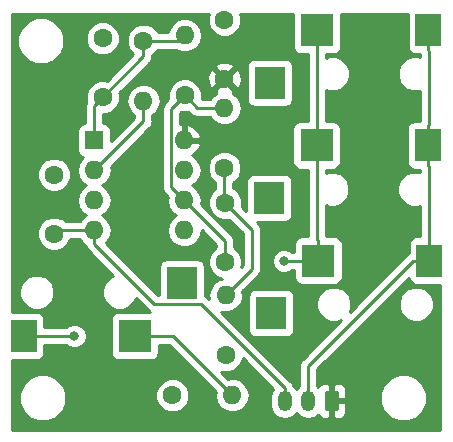
<source format=gbr>
G04 #@! TF.GenerationSoftware,KiCad,Pcbnew,(5.0.1)-rc2*
G04 #@! TF.CreationDate,2019-01-31T00:44:23-05:00*
G04 #@! TF.ProjectId,CV buffer,4356206275666665722E6B696361645F,rev?*
G04 #@! TF.SameCoordinates,Original*
G04 #@! TF.FileFunction,Copper,L1,Top,Signal*
G04 #@! TF.FilePolarity,Positive*
%FSLAX46Y46*%
G04 Gerber Fmt 4.6, Leading zero omitted, Abs format (unit mm)*
G04 Created by KiCad (PCBNEW (5.0.1)-rc2) date 1/31/2019 12:44:23 AM*
%MOMM*%
%LPD*%
G01*
G04 APERTURE LIST*
G04 #@! TA.AperFunction,ComponentPad*
%ADD10C,1.600000*%
G04 #@! TD*
G04 #@! TA.AperFunction,SMDPad,CuDef*
%ADD11R,2.200000X2.800000*%
G04 #@! TD*
G04 #@! TA.AperFunction,SMDPad,CuDef*
%ADD12R,2.800000X2.800000*%
G04 #@! TD*
G04 #@! TA.AperFunction,SMDPad,CuDef*
%ADD13R,2.600000X2.800000*%
G04 #@! TD*
G04 #@! TA.AperFunction,Conductor*
%ADD14C,0.100000*%
G04 #@! TD*
G04 #@! TA.AperFunction,ComponentPad*
%ADD15C,1.200000*%
G04 #@! TD*
G04 #@! TA.AperFunction,ComponentPad*
%ADD16O,1.200000X1.750000*%
G04 #@! TD*
G04 #@! TA.AperFunction,ComponentPad*
%ADD17R,1.600000X1.600000*%
G04 #@! TD*
G04 #@! TA.AperFunction,ComponentPad*
%ADD18O,1.600000X1.600000*%
G04 #@! TD*
G04 #@! TA.AperFunction,ViaPad*
%ADD19C,0.800000*%
G04 #@! TD*
G04 #@! TA.AperFunction,Conductor*
%ADD20C,0.250000*%
G04 #@! TD*
G04 #@! TA.AperFunction,Conductor*
%ADD21C,0.254000*%
G04 #@! TD*
G04 APERTURE END LIST*
D10*
G04 #@! TO.P,C1,2*
G04 #@! TO.N,-12V*
X179019200Y-85314800D03*
G04 #@! TO.P,C1,1*
G04 #@! TO.N,GND*
X179019200Y-80314800D03*
G04 #@! TD*
D11*
G04 #@! TO.P,J1,S*
G04 #@! TO.N,GND*
X176455200Y-93971600D03*
D12*
G04 #@! TO.P,J1,T*
G04 #@! TO.N,Net-(J1-PadT)*
X185855200Y-93971600D03*
D13*
G04 #@! TO.P,J1,TN*
G04 #@! TO.N,Net-(J1-PadTN)*
X189855200Y-89521600D03*
G04 #@! TD*
D11*
G04 #@! TO.P,J4,S*
G04 #@! TO.N,GND*
X210640800Y-77834000D03*
D12*
G04 #@! TO.P,J4,T*
G04 #@! TO.N,Net-(J3-PadT)*
X201240800Y-77834000D03*
D13*
G04 #@! TO.P,J4,TN*
G04 #@! TO.N,Net-(J4-PadTN)*
X197240800Y-82284000D03*
G04 #@! TD*
D14*
G04 #@! TO.N,+12V*
G04 #@! TO.C,J2*
G36*
X202914105Y-98592604D02*
X202938373Y-98596204D01*
X202962172Y-98602165D01*
X202985271Y-98610430D01*
X203007450Y-98620920D01*
X203028493Y-98633532D01*
X203048199Y-98648147D01*
X203066377Y-98664623D01*
X203082853Y-98682801D01*
X203097468Y-98702507D01*
X203110080Y-98723550D01*
X203120570Y-98745729D01*
X203128835Y-98768828D01*
X203134796Y-98792627D01*
X203138396Y-98816895D01*
X203139600Y-98841399D01*
X203139600Y-100091401D01*
X203138396Y-100115905D01*
X203134796Y-100140173D01*
X203128835Y-100163972D01*
X203120570Y-100187071D01*
X203110080Y-100209250D01*
X203097468Y-100230293D01*
X203082853Y-100249999D01*
X203066377Y-100268177D01*
X203048199Y-100284653D01*
X203028493Y-100299268D01*
X203007450Y-100311880D01*
X202985271Y-100322370D01*
X202962172Y-100330635D01*
X202938373Y-100336596D01*
X202914105Y-100340196D01*
X202889601Y-100341400D01*
X202189599Y-100341400D01*
X202165095Y-100340196D01*
X202140827Y-100336596D01*
X202117028Y-100330635D01*
X202093929Y-100322370D01*
X202071750Y-100311880D01*
X202050707Y-100299268D01*
X202031001Y-100284653D01*
X202012823Y-100268177D01*
X201996347Y-100249999D01*
X201981732Y-100230293D01*
X201969120Y-100209250D01*
X201958630Y-100187071D01*
X201950365Y-100163972D01*
X201944404Y-100140173D01*
X201940804Y-100115905D01*
X201939600Y-100091401D01*
X201939600Y-98841399D01*
X201940804Y-98816895D01*
X201944404Y-98792627D01*
X201950365Y-98768828D01*
X201958630Y-98745729D01*
X201969120Y-98723550D01*
X201981732Y-98702507D01*
X201996347Y-98682801D01*
X202012823Y-98664623D01*
X202031001Y-98648147D01*
X202050707Y-98633532D01*
X202071750Y-98620920D01*
X202093929Y-98610430D01*
X202117028Y-98602165D01*
X202140827Y-98596204D01*
X202165095Y-98592604D01*
X202189599Y-98591400D01*
X202889601Y-98591400D01*
X202914105Y-98592604D01*
X202914105Y-98592604D01*
G37*
D15*
G04 #@! TD*
G04 #@! TO.P,J2,1*
G04 #@! TO.N,+12V*
X202539600Y-99466400D03*
D16*
G04 #@! TO.P,J2,2*
G04 #@! TO.N,GND*
X200539600Y-99466400D03*
G04 #@! TO.P,J2,3*
G04 #@! TO.N,-12V*
X198539600Y-99466400D03*
G04 #@! TD*
D10*
G04 #@! TO.P,C2,1*
G04 #@! TO.N,+12V*
X193446400Y-72186800D03*
G04 #@! TO.P,C2,2*
G04 #@! TO.N,GND*
X193446400Y-67186800D03*
G04 #@! TD*
G04 #@! TO.P,C3,2*
G04 #@! TO.N,Net-(C3-Pad2)*
X183134000Y-68761600D03*
G04 #@! TO.P,C3,1*
G04 #@! TO.N,Net-(C3-Pad1)*
X183134000Y-73761600D03*
G04 #@! TD*
G04 #@! TO.P,C4,1*
G04 #@! TO.N,Net-(C4-Pad1)*
X193497200Y-82702400D03*
G04 #@! TO.P,C4,2*
G04 #@! TO.N,Net-(C4-Pad2)*
X193497200Y-87702400D03*
G04 #@! TD*
D17*
G04 #@! TO.P,U1,1*
G04 #@! TO.N,Net-(C3-Pad1)*
X182422800Y-77419200D03*
D18*
G04 #@! TO.P,U1,5*
G04 #@! TO.N,GND*
X190042800Y-85039200D03*
G04 #@! TO.P,U1,2*
G04 #@! TO.N,Net-(C3-Pad2)*
X182422800Y-79959200D03*
G04 #@! TO.P,U1,6*
G04 #@! TO.N,Net-(C4-Pad2)*
X190042800Y-82499200D03*
G04 #@! TO.P,U1,3*
G04 #@! TO.N,GND*
X182422800Y-82499200D03*
G04 #@! TO.P,U1,7*
G04 #@! TO.N,Net-(C4-Pad1)*
X190042800Y-79959200D03*
G04 #@! TO.P,U1,4*
G04 #@! TO.N,-12V*
X182422800Y-85039200D03*
G04 #@! TO.P,U1,8*
G04 #@! TO.N,+12V*
X190042800Y-77419200D03*
G04 #@! TD*
D10*
G04 #@! TO.P,R1,1*
G04 #@! TO.N,Net-(C3-Pad1)*
X186588400Y-68986400D03*
D18*
G04 #@! TO.P,R1,2*
G04 #@! TO.N,Net-(C3-Pad2)*
X186588400Y-74066400D03*
G04 #@! TD*
G04 #@! TO.P,R3,2*
G04 #@! TO.N,Net-(C3-Pad1)*
X190093600Y-68529200D03*
D10*
G04 #@! TO.P,R3,1*
G04 #@! TO.N,Net-(C4-Pad2)*
X190093600Y-73609200D03*
G04 #@! TD*
G04 #@! TO.P,R2,1*
G04 #@! TO.N,Net-(C3-Pad2)*
X189026800Y-99009200D03*
D18*
G04 #@! TO.P,R2,2*
G04 #@! TO.N,Net-(J1-PadT)*
X194106800Y-99009200D03*
G04 #@! TD*
G04 #@! TO.P,R4,2*
G04 #@! TO.N,Net-(C4-Pad2)*
X193446400Y-74676000D03*
D10*
G04 #@! TO.P,R4,1*
G04 #@! TO.N,Net-(C4-Pad1)*
X193446400Y-79756000D03*
G04 #@! TD*
G04 #@! TO.P,R5,1*
G04 #@! TO.N,Net-(J3-PadT)*
X193548000Y-95605600D03*
D18*
G04 #@! TO.P,R5,2*
G04 #@! TO.N,Net-(C4-Pad1)*
X193548000Y-90525600D03*
G04 #@! TD*
D13*
G04 #@! TO.P,J3,TN*
G04 #@! TO.N,Net-(J3-PadTN)*
X197291600Y-72530400D03*
D12*
G04 #@! TO.P,J3,T*
G04 #@! TO.N,Net-(J3-PadT)*
X201291600Y-68080400D03*
D11*
G04 #@! TO.P,J3,S*
G04 #@! TO.N,GND*
X210691600Y-68080400D03*
G04 #@! TD*
D13*
G04 #@! TO.P,J5,TN*
G04 #@! TO.N,Net-(J5-PadTN)*
X197393200Y-92037600D03*
D12*
G04 #@! TO.P,J5,T*
G04 #@! TO.N,Net-(J3-PadT)*
X201393200Y-87587600D03*
D11*
G04 #@! TO.P,J5,S*
G04 #@! TO.N,GND*
X210793200Y-87587600D03*
G04 #@! TD*
D19*
G04 #@! TO.N,Net-(J3-PadT)*
X198475600Y-87630000D03*
G04 #@! TO.N,GND*
X180738000Y-93971600D03*
G04 #@! TD*
D20*
G04 #@! TO.N,Net-(J3-PadT)*
X201350800Y-87630000D02*
X201393200Y-87587600D01*
X198475600Y-87630000D02*
X201350800Y-87630000D01*
X201240800Y-79484000D02*
X201240800Y-77834000D01*
X201240800Y-85785200D02*
X201240800Y-79484000D01*
X201393200Y-85937600D02*
X201240800Y-85785200D01*
X201393200Y-87587600D02*
X201393200Y-85937600D01*
X201240800Y-68131200D02*
X201291600Y-68080400D01*
X201240800Y-77834000D02*
X201240800Y-68131200D01*
G04 #@! TO.N,Net-(C4-Pad1)*
X193446400Y-82651600D02*
X193497200Y-82702400D01*
X193446400Y-79756000D02*
X193446400Y-82651600D01*
X194347999Y-89725601D02*
X193548000Y-90525600D01*
X195768199Y-88305401D02*
X194347999Y-89725601D01*
X195768199Y-84973399D02*
X195768199Y-88305401D01*
X193497200Y-82702400D02*
X195768199Y-84973399D01*
G04 #@! TO.N,Net-(C4-Pad2)*
X191160400Y-74676000D02*
X193446400Y-74676000D01*
X190093600Y-73609200D02*
X191160400Y-74676000D01*
X189293601Y-74409199D02*
X190093600Y-73609200D01*
X188917799Y-74785001D02*
X189293601Y-74409199D01*
X188917799Y-81374199D02*
X188917799Y-74785001D01*
X190042800Y-82499200D02*
X188917799Y-81374199D01*
X193497200Y-85953600D02*
X193497200Y-87702400D01*
X190042800Y-82499200D02*
X193497200Y-85953600D01*
G04 #@! TO.N,Net-(C3-Pad2)*
X186588400Y-75793600D02*
X186588400Y-74066400D01*
X182422800Y-79959200D02*
X186588400Y-75793600D01*
G04 #@! TO.N,Net-(J1-PadT)*
X189069200Y-93971600D02*
X194106800Y-99009200D01*
X185855200Y-93971600D02*
X189069200Y-93971600D01*
G04 #@! TO.N,Net-(C3-Pad1)*
X182422800Y-74472800D02*
X183134000Y-73761600D01*
X182422800Y-77419200D02*
X182422800Y-74472800D01*
X186588400Y-70307200D02*
X186588400Y-68986400D01*
X183134000Y-73761600D02*
X186588400Y-70307200D01*
X189636400Y-68986400D02*
X190093600Y-68529200D01*
X186588400Y-68986400D02*
X189636400Y-68986400D01*
G04 #@! TO.N,GND*
X210640800Y-76184000D02*
X210640800Y-77834000D01*
X210766601Y-76058199D02*
X210640800Y-76184000D01*
X210766601Y-69805401D02*
X210766601Y-76058199D01*
X210691600Y-69730400D02*
X210766601Y-69805401D01*
X210691600Y-68080400D02*
X210691600Y-69730400D01*
X210793200Y-85937600D02*
X210793200Y-87587600D01*
X210793200Y-79636400D02*
X210793200Y-85937600D01*
X210640800Y-79484000D02*
X210793200Y-79636400D01*
X210640800Y-77834000D02*
X210640800Y-79484000D01*
X200539600Y-98341400D02*
X200539600Y-99466400D01*
X200539600Y-96491200D02*
X200539600Y-98341400D01*
X209443200Y-87587600D02*
X200539600Y-96491200D01*
X210793200Y-87587600D02*
X209443200Y-87587600D01*
X176455200Y-93971600D02*
X180738000Y-93971600D01*
X180738000Y-93971600D02*
X180738000Y-93971600D01*
G04 #@! TO.N,-12V*
X182422800Y-86170570D02*
X182422800Y-85039200D01*
X187498831Y-91246601D02*
X182422800Y-86170570D01*
X191444801Y-91246601D02*
X187498831Y-91246601D01*
X198539600Y-98341400D02*
X191444801Y-91246601D01*
X198539600Y-99466400D02*
X198539600Y-98341400D01*
X179294800Y-85039200D02*
X179019200Y-85314800D01*
X182422800Y-85039200D02*
X179294800Y-85039200D01*
G04 #@! TD*
D21*
G04 #@! TO.N,+12V*
G36*
X192011400Y-66901361D02*
X192011400Y-67472239D01*
X192229866Y-67999662D01*
X192633538Y-68403334D01*
X193160961Y-68621800D01*
X193731839Y-68621800D01*
X194259262Y-68403334D01*
X194662934Y-67999662D01*
X194881400Y-67472239D01*
X194881400Y-66901361D01*
X194786975Y-66673400D01*
X199245552Y-66673400D01*
X199244160Y-66680400D01*
X199244160Y-69480400D01*
X199293443Y-69728165D01*
X199433791Y-69938209D01*
X199643835Y-70078557D01*
X199891600Y-70127840D01*
X200480801Y-70127840D01*
X200480800Y-75786560D01*
X199840800Y-75786560D01*
X199593035Y-75835843D01*
X199382991Y-75976191D01*
X199242643Y-76186235D01*
X199193360Y-76434000D01*
X199193360Y-79234000D01*
X199242643Y-79481765D01*
X199382991Y-79691809D01*
X199593035Y-79832157D01*
X199840800Y-79881440D01*
X200480801Y-79881440D01*
X200480800Y-85540160D01*
X199993200Y-85540160D01*
X199745435Y-85589443D01*
X199535391Y-85729791D01*
X199395043Y-85939835D01*
X199345760Y-86187600D01*
X199345760Y-86870000D01*
X199179311Y-86870000D01*
X199061880Y-86752569D01*
X198681474Y-86595000D01*
X198269726Y-86595000D01*
X197889320Y-86752569D01*
X197598169Y-87043720D01*
X197440600Y-87424126D01*
X197440600Y-87835874D01*
X197598169Y-88216280D01*
X197889320Y-88507431D01*
X198269726Y-88665000D01*
X198681474Y-88665000D01*
X199061880Y-88507431D01*
X199179311Y-88390000D01*
X199345760Y-88390000D01*
X199345760Y-88987600D01*
X199395043Y-89235365D01*
X199535391Y-89445409D01*
X199745435Y-89585757D01*
X199993200Y-89635040D01*
X202793200Y-89635040D01*
X203040965Y-89585757D01*
X203251009Y-89445409D01*
X203391357Y-89235365D01*
X203440640Y-88987600D01*
X203440640Y-86187600D01*
X203391357Y-85939835D01*
X203251009Y-85729791D01*
X203040965Y-85589443D01*
X202793200Y-85540160D01*
X202041683Y-85540160D01*
X202000800Y-85478975D01*
X202000800Y-82917677D01*
X202245415Y-83019000D01*
X202836185Y-83019000D01*
X203381985Y-82792922D01*
X203799722Y-82375185D01*
X204025800Y-81829385D01*
X204025800Y-81238615D01*
X203799722Y-80692815D01*
X203381985Y-80275078D01*
X202836185Y-80049000D01*
X202245415Y-80049000D01*
X202000800Y-80150323D01*
X202000800Y-79881440D01*
X202640800Y-79881440D01*
X202888565Y-79832157D01*
X203098609Y-79691809D01*
X203238957Y-79481765D01*
X203288240Y-79234000D01*
X203288240Y-76434000D01*
X203238957Y-76186235D01*
X203098609Y-75976191D01*
X202888565Y-75835843D01*
X202640800Y-75786560D01*
X202000800Y-75786560D01*
X202000800Y-73143035D01*
X202296215Y-73265400D01*
X202886985Y-73265400D01*
X203432785Y-73039322D01*
X203850522Y-72621585D01*
X204076600Y-72075785D01*
X204076600Y-71485015D01*
X203850522Y-70939215D01*
X203432785Y-70521478D01*
X202886985Y-70295400D01*
X202296215Y-70295400D01*
X202000800Y-70417765D01*
X202000800Y-70127840D01*
X202691600Y-70127840D01*
X202939365Y-70078557D01*
X203149409Y-69938209D01*
X203289757Y-69728165D01*
X203339040Y-69480400D01*
X203339040Y-66680400D01*
X203337648Y-66673400D01*
X208945552Y-66673400D01*
X208944160Y-66680400D01*
X208944160Y-69480400D01*
X208993443Y-69728165D01*
X209133791Y-69938209D01*
X209343835Y-70078557D01*
X209591600Y-70127840D01*
X210006601Y-70127840D01*
X210006601Y-70344947D01*
X209886985Y-70295400D01*
X209296215Y-70295400D01*
X208750415Y-70521478D01*
X208332678Y-70939215D01*
X208106600Y-71485015D01*
X208106600Y-72075785D01*
X208332678Y-72621585D01*
X208750415Y-73039322D01*
X209296215Y-73265400D01*
X209886985Y-73265400D01*
X210006602Y-73215853D01*
X210006602Y-75765182D01*
X209992318Y-75786560D01*
X209540800Y-75786560D01*
X209293035Y-75835843D01*
X209082991Y-75976191D01*
X208942643Y-76186235D01*
X208893360Y-76434000D01*
X208893360Y-79234000D01*
X208942643Y-79481765D01*
X209082991Y-79691809D01*
X209293035Y-79832157D01*
X209540800Y-79881440D01*
X209992318Y-79881440D01*
X210026728Y-79932937D01*
X210033200Y-79942624D01*
X210033200Y-80130606D01*
X209836185Y-80049000D01*
X209245415Y-80049000D01*
X208699615Y-80275078D01*
X208281878Y-80692815D01*
X208055800Y-81238615D01*
X208055800Y-81829385D01*
X208281878Y-82375185D01*
X208699615Y-82792922D01*
X209245415Y-83019000D01*
X209836185Y-83019000D01*
X210033201Y-82937393D01*
X210033201Y-85540160D01*
X209693200Y-85540160D01*
X209445435Y-85589443D01*
X209235391Y-85729791D01*
X209095043Y-85939835D01*
X209045760Y-86187600D01*
X209045760Y-86939117D01*
X208895271Y-87039671D01*
X208852871Y-87103127D01*
X204040446Y-91915553D01*
X204178200Y-91582985D01*
X204178200Y-90992215D01*
X203952122Y-90446415D01*
X203534385Y-90028678D01*
X202988585Y-89802600D01*
X202397815Y-89802600D01*
X201852015Y-90028678D01*
X201434278Y-90446415D01*
X201208200Y-90992215D01*
X201208200Y-91582985D01*
X201434278Y-92128785D01*
X201852015Y-92546522D01*
X202397815Y-92772600D01*
X202988585Y-92772600D01*
X203321153Y-92634846D01*
X200055130Y-95900869D01*
X199991671Y-95943271D01*
X199823696Y-96194664D01*
X199779600Y-96416349D01*
X199779600Y-96416353D01*
X199764712Y-96491200D01*
X199779600Y-96566047D01*
X199779601Y-98213895D01*
X199649216Y-98301015D01*
X199539600Y-98465066D01*
X199429985Y-98301015D01*
X199287521Y-98205824D01*
X199255504Y-98044863D01*
X199087529Y-97793471D01*
X199024073Y-97751071D01*
X193190628Y-91917627D01*
X193406667Y-91960600D01*
X193689333Y-91960600D01*
X194107909Y-91877340D01*
X194582577Y-91560177D01*
X194899740Y-91085509D01*
X194988834Y-90637600D01*
X195445760Y-90637600D01*
X195445760Y-93437600D01*
X195495043Y-93685365D01*
X195635391Y-93895409D01*
X195845435Y-94035757D01*
X196093200Y-94085040D01*
X198693200Y-94085040D01*
X198940965Y-94035757D01*
X199151009Y-93895409D01*
X199291357Y-93685365D01*
X199340640Y-93437600D01*
X199340640Y-90637600D01*
X199291357Y-90389835D01*
X199151009Y-90179791D01*
X198940965Y-90039443D01*
X198693200Y-89990160D01*
X196093200Y-89990160D01*
X195845435Y-90039443D01*
X195635391Y-90179791D01*
X195495043Y-90389835D01*
X195445760Y-90637600D01*
X194988834Y-90637600D01*
X195011113Y-90525600D01*
X194946688Y-90201713D01*
X196252672Y-88895730D01*
X196316128Y-88853330D01*
X196484103Y-88601938D01*
X196528199Y-88380253D01*
X196528199Y-88380249D01*
X196543087Y-88305402D01*
X196528199Y-88230555D01*
X196528199Y-85048247D01*
X196543087Y-84973399D01*
X196528199Y-84898551D01*
X196528199Y-84898547D01*
X196484103Y-84676862D01*
X196316128Y-84425470D01*
X196252672Y-84383070D01*
X196201042Y-84331440D01*
X198540800Y-84331440D01*
X198788565Y-84282157D01*
X198998609Y-84141809D01*
X199138957Y-83931765D01*
X199188240Y-83684000D01*
X199188240Y-80884000D01*
X199138957Y-80636235D01*
X198998609Y-80426191D01*
X198788565Y-80285843D01*
X198540800Y-80236560D01*
X195940800Y-80236560D01*
X195693035Y-80285843D01*
X195482991Y-80426191D01*
X195342643Y-80636235D01*
X195293360Y-80884000D01*
X195293360Y-83423758D01*
X194910303Y-83040702D01*
X194932200Y-82987839D01*
X194932200Y-82416961D01*
X194713734Y-81889538D01*
X194310062Y-81485866D01*
X194206400Y-81442928D01*
X194206400Y-80994430D01*
X194259262Y-80972534D01*
X194662934Y-80568862D01*
X194881400Y-80041439D01*
X194881400Y-79470561D01*
X194662934Y-78943138D01*
X194259262Y-78539466D01*
X193731839Y-78321000D01*
X193160961Y-78321000D01*
X192633538Y-78539466D01*
X192229866Y-78943138D01*
X192011400Y-79470561D01*
X192011400Y-80041439D01*
X192229866Y-80568862D01*
X192633538Y-80972534D01*
X192686400Y-80994430D01*
X192686401Y-81485012D01*
X192684338Y-81485866D01*
X192280666Y-81889538D01*
X192062200Y-82416961D01*
X192062200Y-82987839D01*
X192280666Y-83515262D01*
X192684338Y-83918934D01*
X193211761Y-84137400D01*
X193782639Y-84137400D01*
X193835502Y-84115503D01*
X195008199Y-85288201D01*
X195008200Y-87990598D01*
X194876509Y-88122290D01*
X194932200Y-87987839D01*
X194932200Y-87416961D01*
X194713734Y-86889538D01*
X194310062Y-86485866D01*
X194257200Y-86463970D01*
X194257200Y-86028446D01*
X194272088Y-85953599D01*
X194257200Y-85878752D01*
X194257200Y-85878748D01*
X194213104Y-85657063D01*
X194161773Y-85580241D01*
X194087529Y-85469126D01*
X194087527Y-85469124D01*
X194045129Y-85405671D01*
X193981676Y-85363273D01*
X191441488Y-82823086D01*
X191505913Y-82499200D01*
X191394540Y-81939291D01*
X191077377Y-81464623D01*
X190725042Y-81229200D01*
X191077377Y-80993777D01*
X191394540Y-80519109D01*
X191505913Y-79959200D01*
X191394540Y-79399291D01*
X191077377Y-78924623D01*
X190693692Y-78668253D01*
X190897934Y-78571589D01*
X191273841Y-78156623D01*
X191434704Y-77768239D01*
X191312715Y-77546200D01*
X190169800Y-77546200D01*
X190169800Y-77566200D01*
X189915800Y-77566200D01*
X189915800Y-77546200D01*
X189895800Y-77546200D01*
X189895800Y-77292200D01*
X189915800Y-77292200D01*
X189915800Y-76148571D01*
X190169800Y-76148571D01*
X190169800Y-77292200D01*
X191312715Y-77292200D01*
X191434704Y-77070161D01*
X191273841Y-76681777D01*
X190897934Y-76266811D01*
X190391841Y-76027286D01*
X190169800Y-76148571D01*
X189915800Y-76148571D01*
X189693759Y-76027286D01*
X189677799Y-76034840D01*
X189677799Y-75099802D01*
X189755298Y-75022303D01*
X189808161Y-75044200D01*
X190379039Y-75044200D01*
X190431902Y-75022304D01*
X190570071Y-75160473D01*
X190612471Y-75223929D01*
X190863863Y-75391904D01*
X191085548Y-75436000D01*
X191085552Y-75436000D01*
X191160399Y-75450888D01*
X191235246Y-75436000D01*
X192228357Y-75436000D01*
X192411823Y-75710577D01*
X192886491Y-76027740D01*
X193305067Y-76111000D01*
X193587733Y-76111000D01*
X194006309Y-76027740D01*
X194480977Y-75710577D01*
X194798140Y-75235909D01*
X194909513Y-74676000D01*
X194798140Y-74116091D01*
X194480977Y-73641423D01*
X194188130Y-73445749D01*
X194200405Y-73440664D01*
X194274539Y-73194545D01*
X193446400Y-72366405D01*
X192618261Y-73194545D01*
X192692395Y-73440664D01*
X192705325Y-73445311D01*
X192411823Y-73641423D01*
X192228357Y-73916000D01*
X191519752Y-73916000D01*
X191528600Y-73894639D01*
X191528600Y-73323761D01*
X191310134Y-72796338D01*
X190906462Y-72392666D01*
X190379039Y-72174200D01*
X189808161Y-72174200D01*
X189280738Y-72392666D01*
X188877066Y-72796338D01*
X188658600Y-73323761D01*
X188658600Y-73894639D01*
X188680497Y-73947502D01*
X188433327Y-74194672D01*
X188369871Y-74237072D01*
X188327471Y-74300528D01*
X188327470Y-74300529D01*
X188201896Y-74488464D01*
X188142911Y-74785001D01*
X188157800Y-74859853D01*
X188157799Y-81299352D01*
X188142911Y-81374199D01*
X188157799Y-81449046D01*
X188157799Y-81449050D01*
X188201895Y-81670735D01*
X188369870Y-81922128D01*
X188433329Y-81964530D01*
X188644112Y-82175313D01*
X188579687Y-82499200D01*
X188691060Y-83059109D01*
X189008223Y-83533777D01*
X189360558Y-83769200D01*
X189008223Y-84004623D01*
X188691060Y-84479291D01*
X188579687Y-85039200D01*
X188691060Y-85599109D01*
X189008223Y-86073777D01*
X189482891Y-86390940D01*
X189901467Y-86474200D01*
X190184133Y-86474200D01*
X190602709Y-86390940D01*
X191077377Y-86073777D01*
X191394540Y-85599109D01*
X191505913Y-85039200D01*
X191505395Y-85036597D01*
X192737200Y-86268403D01*
X192737200Y-86463970D01*
X192684338Y-86485866D01*
X192280666Y-86889538D01*
X192062200Y-87416961D01*
X192062200Y-87987839D01*
X192280666Y-88515262D01*
X192684338Y-88918934D01*
X193198663Y-89131975D01*
X192988091Y-89173860D01*
X192513423Y-89491023D01*
X192196260Y-89965691D01*
X192084887Y-90525600D01*
X192155973Y-90882972D01*
X192035132Y-90762131D01*
X191992730Y-90698672D01*
X191802640Y-90571658D01*
X191802640Y-88121600D01*
X191753357Y-87873835D01*
X191613009Y-87663791D01*
X191402965Y-87523443D01*
X191155200Y-87474160D01*
X188555200Y-87474160D01*
X188307435Y-87523443D01*
X188097391Y-87663791D01*
X187957043Y-87873835D01*
X187907760Y-88121600D01*
X187907760Y-90486601D01*
X187813633Y-90486601D01*
X183423466Y-86096435D01*
X183457377Y-86073777D01*
X183774540Y-85599109D01*
X183885913Y-85039200D01*
X183774540Y-84479291D01*
X183457377Y-84004623D01*
X183105042Y-83769200D01*
X183457377Y-83533777D01*
X183774540Y-83059109D01*
X183885913Y-82499200D01*
X183774540Y-81939291D01*
X183457377Y-81464623D01*
X183105042Y-81229200D01*
X183457377Y-80993777D01*
X183774540Y-80519109D01*
X183885913Y-79959200D01*
X183821488Y-79635313D01*
X187072873Y-76383929D01*
X187136329Y-76341529D01*
X187304304Y-76090137D01*
X187348400Y-75868452D01*
X187348400Y-75868448D01*
X187363288Y-75793601D01*
X187348400Y-75718754D01*
X187348400Y-75284443D01*
X187622977Y-75100977D01*
X187940140Y-74626309D01*
X188051513Y-74066400D01*
X187940140Y-73506491D01*
X187622977Y-73031823D01*
X187148309Y-72714660D01*
X186729733Y-72631400D01*
X186447067Y-72631400D01*
X186028491Y-72714660D01*
X185553823Y-73031823D01*
X185236660Y-73506491D01*
X185125287Y-74066400D01*
X185236660Y-74626309D01*
X185553823Y-75100977D01*
X185828400Y-75284444D01*
X185828400Y-75478798D01*
X183870240Y-77436959D01*
X183870240Y-76619200D01*
X183820957Y-76371435D01*
X183680609Y-76161391D01*
X183470565Y-76021043D01*
X183222800Y-75971760D01*
X183182800Y-75971760D01*
X183182800Y-75196600D01*
X183419439Y-75196600D01*
X183946862Y-74978134D01*
X184350534Y-74574462D01*
X184569000Y-74047039D01*
X184569000Y-73476161D01*
X184547103Y-73423298D01*
X186000379Y-71970023D01*
X191999435Y-71970023D01*
X192026622Y-72540254D01*
X192192536Y-72940805D01*
X192438655Y-73014939D01*
X193266795Y-72186800D01*
X193626005Y-72186800D01*
X194454145Y-73014939D01*
X194700264Y-72940805D01*
X194893365Y-72403577D01*
X194866178Y-71833346D01*
X194700264Y-71432795D01*
X194454145Y-71358661D01*
X193626005Y-72186800D01*
X193266795Y-72186800D01*
X192438655Y-71358661D01*
X192192536Y-71432795D01*
X191999435Y-71970023D01*
X186000379Y-71970023D01*
X186791347Y-71179055D01*
X192618261Y-71179055D01*
X193446400Y-72007195D01*
X194274539Y-71179055D01*
X194259884Y-71130400D01*
X195344160Y-71130400D01*
X195344160Y-73930400D01*
X195393443Y-74178165D01*
X195533791Y-74388209D01*
X195743835Y-74528557D01*
X195991600Y-74577840D01*
X198591600Y-74577840D01*
X198839365Y-74528557D01*
X199049409Y-74388209D01*
X199189757Y-74178165D01*
X199239040Y-73930400D01*
X199239040Y-71130400D01*
X199189757Y-70882635D01*
X199049409Y-70672591D01*
X198839365Y-70532243D01*
X198591600Y-70482960D01*
X195991600Y-70482960D01*
X195743835Y-70532243D01*
X195533791Y-70672591D01*
X195393443Y-70882635D01*
X195344160Y-71130400D01*
X194259884Y-71130400D01*
X194200405Y-70932936D01*
X193663177Y-70739835D01*
X193092946Y-70767022D01*
X192692395Y-70932936D01*
X192618261Y-71179055D01*
X186791347Y-71179055D01*
X187072876Y-70897527D01*
X187136329Y-70855129D01*
X187178727Y-70791676D01*
X187178729Y-70791674D01*
X187304303Y-70603738D01*
X187304304Y-70603737D01*
X187348400Y-70382052D01*
X187348400Y-70382048D01*
X187363288Y-70307201D01*
X187348400Y-70232354D01*
X187348400Y-70224830D01*
X187401262Y-70202934D01*
X187804934Y-69799262D01*
X187826830Y-69746400D01*
X189332338Y-69746400D01*
X189533691Y-69880940D01*
X189952267Y-69964200D01*
X190234933Y-69964200D01*
X190653509Y-69880940D01*
X191128177Y-69563777D01*
X191445340Y-69089109D01*
X191556713Y-68529200D01*
X191445340Y-67969291D01*
X191128177Y-67494623D01*
X190653509Y-67177460D01*
X190234933Y-67094200D01*
X189952267Y-67094200D01*
X189533691Y-67177460D01*
X189059023Y-67494623D01*
X188741860Y-67969291D01*
X188690718Y-68226400D01*
X187826830Y-68226400D01*
X187804934Y-68173538D01*
X187401262Y-67769866D01*
X186873839Y-67551400D01*
X186302961Y-67551400D01*
X185775538Y-67769866D01*
X185371866Y-68173538D01*
X185153400Y-68700961D01*
X185153400Y-69271839D01*
X185371866Y-69799262D01*
X185696701Y-70124097D01*
X183472302Y-72348497D01*
X183419439Y-72326600D01*
X182848561Y-72326600D01*
X182321138Y-72545066D01*
X181917466Y-72948738D01*
X181699000Y-73476161D01*
X181699000Y-74047039D01*
X181735065Y-74134107D01*
X181706897Y-74176263D01*
X181647912Y-74472800D01*
X181662801Y-74547652D01*
X181662800Y-75971760D01*
X181622800Y-75971760D01*
X181375035Y-76021043D01*
X181164991Y-76161391D01*
X181024643Y-76371435D01*
X180975360Y-76619200D01*
X180975360Y-78219200D01*
X181024643Y-78466965D01*
X181164991Y-78677009D01*
X181375035Y-78817357D01*
X181508906Y-78843985D01*
X181388223Y-78924623D01*
X181071060Y-79399291D01*
X180959687Y-79959200D01*
X181071060Y-80519109D01*
X181388223Y-80993777D01*
X181740558Y-81229200D01*
X181388223Y-81464623D01*
X181071060Y-81939291D01*
X180959687Y-82499200D01*
X181071060Y-83059109D01*
X181388223Y-83533777D01*
X181740558Y-83769200D01*
X181388223Y-84004623D01*
X181204757Y-84279200D01*
X180012996Y-84279200D01*
X179832062Y-84098266D01*
X179304639Y-83879800D01*
X178733761Y-83879800D01*
X178206338Y-84098266D01*
X177802666Y-84501938D01*
X177584200Y-85029361D01*
X177584200Y-85600239D01*
X177802666Y-86127662D01*
X178206338Y-86531334D01*
X178733761Y-86749800D01*
X179304639Y-86749800D01*
X179832062Y-86531334D01*
X180235734Y-86127662D01*
X180371788Y-85799200D01*
X181204757Y-85799200D01*
X181388223Y-86073777D01*
X181665512Y-86259056D01*
X181706896Y-86467106D01*
X181874871Y-86718499D01*
X181938330Y-86760901D01*
X184050662Y-88873234D01*
X183714015Y-89012678D01*
X183296278Y-89430415D01*
X183070200Y-89976215D01*
X183070200Y-90566985D01*
X183296278Y-91112785D01*
X183714015Y-91530522D01*
X184259815Y-91756600D01*
X184850585Y-91756600D01*
X185396385Y-91530522D01*
X185814122Y-91112785D01*
X185953566Y-90776138D01*
X186908501Y-91731073D01*
X186950902Y-91794530D01*
X187144907Y-91924160D01*
X184455200Y-91924160D01*
X184207435Y-91973443D01*
X183997391Y-92113791D01*
X183857043Y-92323835D01*
X183807760Y-92571600D01*
X183807760Y-95371600D01*
X183857043Y-95619365D01*
X183997391Y-95829409D01*
X184207435Y-95969757D01*
X184455200Y-96019040D01*
X187255200Y-96019040D01*
X187502965Y-95969757D01*
X187713009Y-95829409D01*
X187853357Y-95619365D01*
X187902640Y-95371600D01*
X187902640Y-94731600D01*
X188754399Y-94731600D01*
X192708112Y-98685314D01*
X192643687Y-99009200D01*
X192755060Y-99569109D01*
X193072223Y-100043777D01*
X193546891Y-100360940D01*
X193965467Y-100444200D01*
X194248133Y-100444200D01*
X194666709Y-100360940D01*
X195141377Y-100043777D01*
X195458540Y-99569109D01*
X195569913Y-99009200D01*
X195458540Y-98449291D01*
X195141377Y-97974623D01*
X194666709Y-97657460D01*
X194248133Y-97574200D01*
X193965467Y-97574200D01*
X193782914Y-97610512D01*
X193177958Y-97005556D01*
X193262561Y-97040600D01*
X193833439Y-97040600D01*
X194360862Y-96822134D01*
X194764534Y-96418462D01*
X194983000Y-95891039D01*
X194983000Y-95859602D01*
X197559172Y-98435774D01*
X197376256Y-98709527D01*
X197304600Y-99069764D01*
X197304600Y-99863035D01*
X197376256Y-100223272D01*
X197649215Y-100631785D01*
X198057727Y-100904744D01*
X198539600Y-101000595D01*
X199021472Y-100904744D01*
X199429985Y-100631785D01*
X199539600Y-100467734D01*
X199649215Y-100631785D01*
X200057727Y-100904744D01*
X200539600Y-101000595D01*
X201021472Y-100904744D01*
X201385010Y-100661836D01*
X201401273Y-100701099D01*
X201579902Y-100879727D01*
X201813291Y-100976400D01*
X202253850Y-100976400D01*
X202412600Y-100817650D01*
X202412600Y-99593400D01*
X202666600Y-99593400D01*
X202666600Y-100817650D01*
X202825350Y-100976400D01*
X203265909Y-100976400D01*
X203499298Y-100879727D01*
X203677927Y-100701099D01*
X203774600Y-100467710D01*
X203774600Y-99752150D01*
X203615850Y-99593400D01*
X202666600Y-99593400D01*
X202412600Y-99593400D01*
X202392600Y-99593400D01*
X202392600Y-99339400D01*
X202412600Y-99339400D01*
X202412600Y-98115150D01*
X202666600Y-98115150D01*
X202666600Y-99339400D01*
X203615850Y-99339400D01*
X203774600Y-99180650D01*
X203774600Y-98817559D01*
X206599800Y-98817559D01*
X206599800Y-99607241D01*
X206901999Y-100336812D01*
X207460388Y-100895201D01*
X208189959Y-101197400D01*
X208979641Y-101197400D01*
X209709212Y-100895201D01*
X210267601Y-100336812D01*
X210569800Y-99607241D01*
X210569800Y-98817559D01*
X210267601Y-98087988D01*
X209709212Y-97529599D01*
X208979641Y-97227400D01*
X208189959Y-97227400D01*
X207460388Y-97529599D01*
X206901999Y-98087988D01*
X206599800Y-98817559D01*
X203774600Y-98817559D01*
X203774600Y-98465090D01*
X203677927Y-98231701D01*
X203499298Y-98053073D01*
X203265909Y-97956400D01*
X202825350Y-97956400D01*
X202666600Y-98115150D01*
X202412600Y-98115150D01*
X202253850Y-97956400D01*
X201813291Y-97956400D01*
X201579902Y-98053073D01*
X201401273Y-98231701D01*
X201385010Y-98270964D01*
X201299600Y-98213895D01*
X201299600Y-96806001D01*
X207113386Y-90992215D01*
X208208200Y-90992215D01*
X208208200Y-91582985D01*
X208434278Y-92128785D01*
X208852015Y-92546522D01*
X209397815Y-92772600D01*
X209988585Y-92772600D01*
X210534385Y-92546522D01*
X210952122Y-92128785D01*
X211178200Y-91582985D01*
X211178200Y-90992215D01*
X210952122Y-90446415D01*
X210534385Y-90028678D01*
X209988585Y-89802600D01*
X209397815Y-89802600D01*
X208852015Y-90028678D01*
X208434278Y-90446415D01*
X208208200Y-90992215D01*
X207113386Y-90992215D01*
X209057746Y-89047856D01*
X209095043Y-89235365D01*
X209235391Y-89445409D01*
X209445435Y-89585757D01*
X209693200Y-89635040D01*
X211710601Y-89635040D01*
X211710601Y-101931800D01*
X175487000Y-101931800D01*
X175487000Y-98817559D01*
X176069000Y-98817559D01*
X176069000Y-99607241D01*
X176371199Y-100336812D01*
X176929588Y-100895201D01*
X177659159Y-101197400D01*
X178448841Y-101197400D01*
X179178412Y-100895201D01*
X179736801Y-100336812D01*
X180039000Y-99607241D01*
X180039000Y-98817559D01*
X180000148Y-98723761D01*
X187591800Y-98723761D01*
X187591800Y-99294639D01*
X187810266Y-99822062D01*
X188213938Y-100225734D01*
X188741361Y-100444200D01*
X189312239Y-100444200D01*
X189839662Y-100225734D01*
X190243334Y-99822062D01*
X190461800Y-99294639D01*
X190461800Y-98723761D01*
X190243334Y-98196338D01*
X189839662Y-97792666D01*
X189312239Y-97574200D01*
X188741361Y-97574200D01*
X188213938Y-97792666D01*
X187810266Y-98196338D01*
X187591800Y-98723761D01*
X180000148Y-98723761D01*
X179736801Y-98087988D01*
X179178412Y-97529599D01*
X178448841Y-97227400D01*
X177659159Y-97227400D01*
X176929588Y-97529599D01*
X176371199Y-98087988D01*
X176069000Y-98817559D01*
X175487000Y-98817559D01*
X175487000Y-96019040D01*
X177555200Y-96019040D01*
X177802965Y-95969757D01*
X178013009Y-95829409D01*
X178153357Y-95619365D01*
X178202640Y-95371600D01*
X178202640Y-94731600D01*
X180034289Y-94731600D01*
X180151720Y-94849031D01*
X180532126Y-95006600D01*
X180943874Y-95006600D01*
X181324280Y-94849031D01*
X181615431Y-94557880D01*
X181773000Y-94177474D01*
X181773000Y-93765726D01*
X181615431Y-93385320D01*
X181324280Y-93094169D01*
X180943874Y-92936600D01*
X180532126Y-92936600D01*
X180151720Y-93094169D01*
X180034289Y-93211600D01*
X178202640Y-93211600D01*
X178202640Y-92571600D01*
X178153357Y-92323835D01*
X178013009Y-92113791D01*
X177802965Y-91973443D01*
X177555200Y-91924160D01*
X175487000Y-91924160D01*
X175487000Y-89976215D01*
X176070200Y-89976215D01*
X176070200Y-90566985D01*
X176296278Y-91112785D01*
X176714015Y-91530522D01*
X177259815Y-91756600D01*
X177850585Y-91756600D01*
X178396385Y-91530522D01*
X178814122Y-91112785D01*
X179040200Y-90566985D01*
X179040200Y-89976215D01*
X178814122Y-89430415D01*
X178396385Y-89012678D01*
X177850585Y-88786600D01*
X177259815Y-88786600D01*
X176714015Y-89012678D01*
X176296278Y-89430415D01*
X176070200Y-89976215D01*
X175487000Y-89976215D01*
X175487000Y-80029361D01*
X177584200Y-80029361D01*
X177584200Y-80600239D01*
X177802666Y-81127662D01*
X178206338Y-81531334D01*
X178733761Y-81749800D01*
X179304639Y-81749800D01*
X179832062Y-81531334D01*
X180235734Y-81127662D01*
X180454200Y-80600239D01*
X180454200Y-80029361D01*
X180235734Y-79501938D01*
X179832062Y-79098266D01*
X179304639Y-78879800D01*
X178733761Y-78879800D01*
X178206338Y-79098266D01*
X177802666Y-79501938D01*
X177584200Y-80029361D01*
X175487000Y-80029361D01*
X175487000Y-68591559D01*
X175916600Y-68591559D01*
X175916600Y-69381241D01*
X176218799Y-70110812D01*
X176777188Y-70669201D01*
X177506759Y-70971400D01*
X178296441Y-70971400D01*
X179026012Y-70669201D01*
X179584401Y-70110812D01*
X179886600Y-69381241D01*
X179886600Y-68591559D01*
X179838801Y-68476161D01*
X181699000Y-68476161D01*
X181699000Y-69047039D01*
X181917466Y-69574462D01*
X182321138Y-69978134D01*
X182848561Y-70196600D01*
X183419439Y-70196600D01*
X183946862Y-69978134D01*
X184350534Y-69574462D01*
X184569000Y-69047039D01*
X184569000Y-68476161D01*
X184350534Y-67948738D01*
X183946862Y-67545066D01*
X183419439Y-67326600D01*
X182848561Y-67326600D01*
X182321138Y-67545066D01*
X181917466Y-67948738D01*
X181699000Y-68476161D01*
X179838801Y-68476161D01*
X179584401Y-67861988D01*
X179026012Y-67303599D01*
X178296441Y-67001400D01*
X177506759Y-67001400D01*
X176777188Y-67303599D01*
X176218799Y-67861988D01*
X175916600Y-68591559D01*
X175487000Y-68591559D01*
X175487000Y-66673400D01*
X192105825Y-66673400D01*
X192011400Y-66901361D01*
X192011400Y-66901361D01*
G37*
X192011400Y-66901361D02*
X192011400Y-67472239D01*
X192229866Y-67999662D01*
X192633538Y-68403334D01*
X193160961Y-68621800D01*
X193731839Y-68621800D01*
X194259262Y-68403334D01*
X194662934Y-67999662D01*
X194881400Y-67472239D01*
X194881400Y-66901361D01*
X194786975Y-66673400D01*
X199245552Y-66673400D01*
X199244160Y-66680400D01*
X199244160Y-69480400D01*
X199293443Y-69728165D01*
X199433791Y-69938209D01*
X199643835Y-70078557D01*
X199891600Y-70127840D01*
X200480801Y-70127840D01*
X200480800Y-75786560D01*
X199840800Y-75786560D01*
X199593035Y-75835843D01*
X199382991Y-75976191D01*
X199242643Y-76186235D01*
X199193360Y-76434000D01*
X199193360Y-79234000D01*
X199242643Y-79481765D01*
X199382991Y-79691809D01*
X199593035Y-79832157D01*
X199840800Y-79881440D01*
X200480801Y-79881440D01*
X200480800Y-85540160D01*
X199993200Y-85540160D01*
X199745435Y-85589443D01*
X199535391Y-85729791D01*
X199395043Y-85939835D01*
X199345760Y-86187600D01*
X199345760Y-86870000D01*
X199179311Y-86870000D01*
X199061880Y-86752569D01*
X198681474Y-86595000D01*
X198269726Y-86595000D01*
X197889320Y-86752569D01*
X197598169Y-87043720D01*
X197440600Y-87424126D01*
X197440600Y-87835874D01*
X197598169Y-88216280D01*
X197889320Y-88507431D01*
X198269726Y-88665000D01*
X198681474Y-88665000D01*
X199061880Y-88507431D01*
X199179311Y-88390000D01*
X199345760Y-88390000D01*
X199345760Y-88987600D01*
X199395043Y-89235365D01*
X199535391Y-89445409D01*
X199745435Y-89585757D01*
X199993200Y-89635040D01*
X202793200Y-89635040D01*
X203040965Y-89585757D01*
X203251009Y-89445409D01*
X203391357Y-89235365D01*
X203440640Y-88987600D01*
X203440640Y-86187600D01*
X203391357Y-85939835D01*
X203251009Y-85729791D01*
X203040965Y-85589443D01*
X202793200Y-85540160D01*
X202041683Y-85540160D01*
X202000800Y-85478975D01*
X202000800Y-82917677D01*
X202245415Y-83019000D01*
X202836185Y-83019000D01*
X203381985Y-82792922D01*
X203799722Y-82375185D01*
X204025800Y-81829385D01*
X204025800Y-81238615D01*
X203799722Y-80692815D01*
X203381985Y-80275078D01*
X202836185Y-80049000D01*
X202245415Y-80049000D01*
X202000800Y-80150323D01*
X202000800Y-79881440D01*
X202640800Y-79881440D01*
X202888565Y-79832157D01*
X203098609Y-79691809D01*
X203238957Y-79481765D01*
X203288240Y-79234000D01*
X203288240Y-76434000D01*
X203238957Y-76186235D01*
X203098609Y-75976191D01*
X202888565Y-75835843D01*
X202640800Y-75786560D01*
X202000800Y-75786560D01*
X202000800Y-73143035D01*
X202296215Y-73265400D01*
X202886985Y-73265400D01*
X203432785Y-73039322D01*
X203850522Y-72621585D01*
X204076600Y-72075785D01*
X204076600Y-71485015D01*
X203850522Y-70939215D01*
X203432785Y-70521478D01*
X202886985Y-70295400D01*
X202296215Y-70295400D01*
X202000800Y-70417765D01*
X202000800Y-70127840D01*
X202691600Y-70127840D01*
X202939365Y-70078557D01*
X203149409Y-69938209D01*
X203289757Y-69728165D01*
X203339040Y-69480400D01*
X203339040Y-66680400D01*
X203337648Y-66673400D01*
X208945552Y-66673400D01*
X208944160Y-66680400D01*
X208944160Y-69480400D01*
X208993443Y-69728165D01*
X209133791Y-69938209D01*
X209343835Y-70078557D01*
X209591600Y-70127840D01*
X210006601Y-70127840D01*
X210006601Y-70344947D01*
X209886985Y-70295400D01*
X209296215Y-70295400D01*
X208750415Y-70521478D01*
X208332678Y-70939215D01*
X208106600Y-71485015D01*
X208106600Y-72075785D01*
X208332678Y-72621585D01*
X208750415Y-73039322D01*
X209296215Y-73265400D01*
X209886985Y-73265400D01*
X210006602Y-73215853D01*
X210006602Y-75765182D01*
X209992318Y-75786560D01*
X209540800Y-75786560D01*
X209293035Y-75835843D01*
X209082991Y-75976191D01*
X208942643Y-76186235D01*
X208893360Y-76434000D01*
X208893360Y-79234000D01*
X208942643Y-79481765D01*
X209082991Y-79691809D01*
X209293035Y-79832157D01*
X209540800Y-79881440D01*
X209992318Y-79881440D01*
X210026728Y-79932937D01*
X210033200Y-79942624D01*
X210033200Y-80130606D01*
X209836185Y-80049000D01*
X209245415Y-80049000D01*
X208699615Y-80275078D01*
X208281878Y-80692815D01*
X208055800Y-81238615D01*
X208055800Y-81829385D01*
X208281878Y-82375185D01*
X208699615Y-82792922D01*
X209245415Y-83019000D01*
X209836185Y-83019000D01*
X210033201Y-82937393D01*
X210033201Y-85540160D01*
X209693200Y-85540160D01*
X209445435Y-85589443D01*
X209235391Y-85729791D01*
X209095043Y-85939835D01*
X209045760Y-86187600D01*
X209045760Y-86939117D01*
X208895271Y-87039671D01*
X208852871Y-87103127D01*
X204040446Y-91915553D01*
X204178200Y-91582985D01*
X204178200Y-90992215D01*
X203952122Y-90446415D01*
X203534385Y-90028678D01*
X202988585Y-89802600D01*
X202397815Y-89802600D01*
X201852015Y-90028678D01*
X201434278Y-90446415D01*
X201208200Y-90992215D01*
X201208200Y-91582985D01*
X201434278Y-92128785D01*
X201852015Y-92546522D01*
X202397815Y-92772600D01*
X202988585Y-92772600D01*
X203321153Y-92634846D01*
X200055130Y-95900869D01*
X199991671Y-95943271D01*
X199823696Y-96194664D01*
X199779600Y-96416349D01*
X199779600Y-96416353D01*
X199764712Y-96491200D01*
X199779600Y-96566047D01*
X199779601Y-98213895D01*
X199649216Y-98301015D01*
X199539600Y-98465066D01*
X199429985Y-98301015D01*
X199287521Y-98205824D01*
X199255504Y-98044863D01*
X199087529Y-97793471D01*
X199024073Y-97751071D01*
X193190628Y-91917627D01*
X193406667Y-91960600D01*
X193689333Y-91960600D01*
X194107909Y-91877340D01*
X194582577Y-91560177D01*
X194899740Y-91085509D01*
X194988834Y-90637600D01*
X195445760Y-90637600D01*
X195445760Y-93437600D01*
X195495043Y-93685365D01*
X195635391Y-93895409D01*
X195845435Y-94035757D01*
X196093200Y-94085040D01*
X198693200Y-94085040D01*
X198940965Y-94035757D01*
X199151009Y-93895409D01*
X199291357Y-93685365D01*
X199340640Y-93437600D01*
X199340640Y-90637600D01*
X199291357Y-90389835D01*
X199151009Y-90179791D01*
X198940965Y-90039443D01*
X198693200Y-89990160D01*
X196093200Y-89990160D01*
X195845435Y-90039443D01*
X195635391Y-90179791D01*
X195495043Y-90389835D01*
X195445760Y-90637600D01*
X194988834Y-90637600D01*
X195011113Y-90525600D01*
X194946688Y-90201713D01*
X196252672Y-88895730D01*
X196316128Y-88853330D01*
X196484103Y-88601938D01*
X196528199Y-88380253D01*
X196528199Y-88380249D01*
X196543087Y-88305402D01*
X196528199Y-88230555D01*
X196528199Y-85048247D01*
X196543087Y-84973399D01*
X196528199Y-84898551D01*
X196528199Y-84898547D01*
X196484103Y-84676862D01*
X196316128Y-84425470D01*
X196252672Y-84383070D01*
X196201042Y-84331440D01*
X198540800Y-84331440D01*
X198788565Y-84282157D01*
X198998609Y-84141809D01*
X199138957Y-83931765D01*
X199188240Y-83684000D01*
X199188240Y-80884000D01*
X199138957Y-80636235D01*
X198998609Y-80426191D01*
X198788565Y-80285843D01*
X198540800Y-80236560D01*
X195940800Y-80236560D01*
X195693035Y-80285843D01*
X195482991Y-80426191D01*
X195342643Y-80636235D01*
X195293360Y-80884000D01*
X195293360Y-83423758D01*
X194910303Y-83040702D01*
X194932200Y-82987839D01*
X194932200Y-82416961D01*
X194713734Y-81889538D01*
X194310062Y-81485866D01*
X194206400Y-81442928D01*
X194206400Y-80994430D01*
X194259262Y-80972534D01*
X194662934Y-80568862D01*
X194881400Y-80041439D01*
X194881400Y-79470561D01*
X194662934Y-78943138D01*
X194259262Y-78539466D01*
X193731839Y-78321000D01*
X193160961Y-78321000D01*
X192633538Y-78539466D01*
X192229866Y-78943138D01*
X192011400Y-79470561D01*
X192011400Y-80041439D01*
X192229866Y-80568862D01*
X192633538Y-80972534D01*
X192686400Y-80994430D01*
X192686401Y-81485012D01*
X192684338Y-81485866D01*
X192280666Y-81889538D01*
X192062200Y-82416961D01*
X192062200Y-82987839D01*
X192280666Y-83515262D01*
X192684338Y-83918934D01*
X193211761Y-84137400D01*
X193782639Y-84137400D01*
X193835502Y-84115503D01*
X195008199Y-85288201D01*
X195008200Y-87990598D01*
X194876509Y-88122290D01*
X194932200Y-87987839D01*
X194932200Y-87416961D01*
X194713734Y-86889538D01*
X194310062Y-86485866D01*
X194257200Y-86463970D01*
X194257200Y-86028446D01*
X194272088Y-85953599D01*
X194257200Y-85878752D01*
X194257200Y-85878748D01*
X194213104Y-85657063D01*
X194161773Y-85580241D01*
X194087529Y-85469126D01*
X194087527Y-85469124D01*
X194045129Y-85405671D01*
X193981676Y-85363273D01*
X191441488Y-82823086D01*
X191505913Y-82499200D01*
X191394540Y-81939291D01*
X191077377Y-81464623D01*
X190725042Y-81229200D01*
X191077377Y-80993777D01*
X191394540Y-80519109D01*
X191505913Y-79959200D01*
X191394540Y-79399291D01*
X191077377Y-78924623D01*
X190693692Y-78668253D01*
X190897934Y-78571589D01*
X191273841Y-78156623D01*
X191434704Y-77768239D01*
X191312715Y-77546200D01*
X190169800Y-77546200D01*
X190169800Y-77566200D01*
X189915800Y-77566200D01*
X189915800Y-77546200D01*
X189895800Y-77546200D01*
X189895800Y-77292200D01*
X189915800Y-77292200D01*
X189915800Y-76148571D01*
X190169800Y-76148571D01*
X190169800Y-77292200D01*
X191312715Y-77292200D01*
X191434704Y-77070161D01*
X191273841Y-76681777D01*
X190897934Y-76266811D01*
X190391841Y-76027286D01*
X190169800Y-76148571D01*
X189915800Y-76148571D01*
X189693759Y-76027286D01*
X189677799Y-76034840D01*
X189677799Y-75099802D01*
X189755298Y-75022303D01*
X189808161Y-75044200D01*
X190379039Y-75044200D01*
X190431902Y-75022304D01*
X190570071Y-75160473D01*
X190612471Y-75223929D01*
X190863863Y-75391904D01*
X191085548Y-75436000D01*
X191085552Y-75436000D01*
X191160399Y-75450888D01*
X191235246Y-75436000D01*
X192228357Y-75436000D01*
X192411823Y-75710577D01*
X192886491Y-76027740D01*
X193305067Y-76111000D01*
X193587733Y-76111000D01*
X194006309Y-76027740D01*
X194480977Y-75710577D01*
X194798140Y-75235909D01*
X194909513Y-74676000D01*
X194798140Y-74116091D01*
X194480977Y-73641423D01*
X194188130Y-73445749D01*
X194200405Y-73440664D01*
X194274539Y-73194545D01*
X193446400Y-72366405D01*
X192618261Y-73194545D01*
X192692395Y-73440664D01*
X192705325Y-73445311D01*
X192411823Y-73641423D01*
X192228357Y-73916000D01*
X191519752Y-73916000D01*
X191528600Y-73894639D01*
X191528600Y-73323761D01*
X191310134Y-72796338D01*
X190906462Y-72392666D01*
X190379039Y-72174200D01*
X189808161Y-72174200D01*
X189280738Y-72392666D01*
X188877066Y-72796338D01*
X188658600Y-73323761D01*
X188658600Y-73894639D01*
X188680497Y-73947502D01*
X188433327Y-74194672D01*
X188369871Y-74237072D01*
X188327471Y-74300528D01*
X188327470Y-74300529D01*
X188201896Y-74488464D01*
X188142911Y-74785001D01*
X188157800Y-74859853D01*
X188157799Y-81299352D01*
X188142911Y-81374199D01*
X188157799Y-81449046D01*
X188157799Y-81449050D01*
X188201895Y-81670735D01*
X188369870Y-81922128D01*
X188433329Y-81964530D01*
X188644112Y-82175313D01*
X188579687Y-82499200D01*
X188691060Y-83059109D01*
X189008223Y-83533777D01*
X189360558Y-83769200D01*
X189008223Y-84004623D01*
X188691060Y-84479291D01*
X188579687Y-85039200D01*
X188691060Y-85599109D01*
X189008223Y-86073777D01*
X189482891Y-86390940D01*
X189901467Y-86474200D01*
X190184133Y-86474200D01*
X190602709Y-86390940D01*
X191077377Y-86073777D01*
X191394540Y-85599109D01*
X191505913Y-85039200D01*
X191505395Y-85036597D01*
X192737200Y-86268403D01*
X192737200Y-86463970D01*
X192684338Y-86485866D01*
X192280666Y-86889538D01*
X192062200Y-87416961D01*
X192062200Y-87987839D01*
X192280666Y-88515262D01*
X192684338Y-88918934D01*
X193198663Y-89131975D01*
X192988091Y-89173860D01*
X192513423Y-89491023D01*
X192196260Y-89965691D01*
X192084887Y-90525600D01*
X192155973Y-90882972D01*
X192035132Y-90762131D01*
X191992730Y-90698672D01*
X191802640Y-90571658D01*
X191802640Y-88121600D01*
X191753357Y-87873835D01*
X191613009Y-87663791D01*
X191402965Y-87523443D01*
X191155200Y-87474160D01*
X188555200Y-87474160D01*
X188307435Y-87523443D01*
X188097391Y-87663791D01*
X187957043Y-87873835D01*
X187907760Y-88121600D01*
X187907760Y-90486601D01*
X187813633Y-90486601D01*
X183423466Y-86096435D01*
X183457377Y-86073777D01*
X183774540Y-85599109D01*
X183885913Y-85039200D01*
X183774540Y-84479291D01*
X183457377Y-84004623D01*
X183105042Y-83769200D01*
X183457377Y-83533777D01*
X183774540Y-83059109D01*
X183885913Y-82499200D01*
X183774540Y-81939291D01*
X183457377Y-81464623D01*
X183105042Y-81229200D01*
X183457377Y-80993777D01*
X183774540Y-80519109D01*
X183885913Y-79959200D01*
X183821488Y-79635313D01*
X187072873Y-76383929D01*
X187136329Y-76341529D01*
X187304304Y-76090137D01*
X187348400Y-75868452D01*
X187348400Y-75868448D01*
X187363288Y-75793601D01*
X187348400Y-75718754D01*
X187348400Y-75284443D01*
X187622977Y-75100977D01*
X187940140Y-74626309D01*
X188051513Y-74066400D01*
X187940140Y-73506491D01*
X187622977Y-73031823D01*
X187148309Y-72714660D01*
X186729733Y-72631400D01*
X186447067Y-72631400D01*
X186028491Y-72714660D01*
X185553823Y-73031823D01*
X185236660Y-73506491D01*
X185125287Y-74066400D01*
X185236660Y-74626309D01*
X185553823Y-75100977D01*
X185828400Y-75284444D01*
X185828400Y-75478798D01*
X183870240Y-77436959D01*
X183870240Y-76619200D01*
X183820957Y-76371435D01*
X183680609Y-76161391D01*
X183470565Y-76021043D01*
X183222800Y-75971760D01*
X183182800Y-75971760D01*
X183182800Y-75196600D01*
X183419439Y-75196600D01*
X183946862Y-74978134D01*
X184350534Y-74574462D01*
X184569000Y-74047039D01*
X184569000Y-73476161D01*
X184547103Y-73423298D01*
X186000379Y-71970023D01*
X191999435Y-71970023D01*
X192026622Y-72540254D01*
X192192536Y-72940805D01*
X192438655Y-73014939D01*
X193266795Y-72186800D01*
X193626005Y-72186800D01*
X194454145Y-73014939D01*
X194700264Y-72940805D01*
X194893365Y-72403577D01*
X194866178Y-71833346D01*
X194700264Y-71432795D01*
X194454145Y-71358661D01*
X193626005Y-72186800D01*
X193266795Y-72186800D01*
X192438655Y-71358661D01*
X192192536Y-71432795D01*
X191999435Y-71970023D01*
X186000379Y-71970023D01*
X186791347Y-71179055D01*
X192618261Y-71179055D01*
X193446400Y-72007195D01*
X194274539Y-71179055D01*
X194259884Y-71130400D01*
X195344160Y-71130400D01*
X195344160Y-73930400D01*
X195393443Y-74178165D01*
X195533791Y-74388209D01*
X195743835Y-74528557D01*
X195991600Y-74577840D01*
X198591600Y-74577840D01*
X198839365Y-74528557D01*
X199049409Y-74388209D01*
X199189757Y-74178165D01*
X199239040Y-73930400D01*
X199239040Y-71130400D01*
X199189757Y-70882635D01*
X199049409Y-70672591D01*
X198839365Y-70532243D01*
X198591600Y-70482960D01*
X195991600Y-70482960D01*
X195743835Y-70532243D01*
X195533791Y-70672591D01*
X195393443Y-70882635D01*
X195344160Y-71130400D01*
X194259884Y-71130400D01*
X194200405Y-70932936D01*
X193663177Y-70739835D01*
X193092946Y-70767022D01*
X192692395Y-70932936D01*
X192618261Y-71179055D01*
X186791347Y-71179055D01*
X187072876Y-70897527D01*
X187136329Y-70855129D01*
X187178727Y-70791676D01*
X187178729Y-70791674D01*
X187304303Y-70603738D01*
X187304304Y-70603737D01*
X187348400Y-70382052D01*
X187348400Y-70382048D01*
X187363288Y-70307201D01*
X187348400Y-70232354D01*
X187348400Y-70224830D01*
X187401262Y-70202934D01*
X187804934Y-69799262D01*
X187826830Y-69746400D01*
X189332338Y-69746400D01*
X189533691Y-69880940D01*
X189952267Y-69964200D01*
X190234933Y-69964200D01*
X190653509Y-69880940D01*
X191128177Y-69563777D01*
X191445340Y-69089109D01*
X191556713Y-68529200D01*
X191445340Y-67969291D01*
X191128177Y-67494623D01*
X190653509Y-67177460D01*
X190234933Y-67094200D01*
X189952267Y-67094200D01*
X189533691Y-67177460D01*
X189059023Y-67494623D01*
X188741860Y-67969291D01*
X188690718Y-68226400D01*
X187826830Y-68226400D01*
X187804934Y-68173538D01*
X187401262Y-67769866D01*
X186873839Y-67551400D01*
X186302961Y-67551400D01*
X185775538Y-67769866D01*
X185371866Y-68173538D01*
X185153400Y-68700961D01*
X185153400Y-69271839D01*
X185371866Y-69799262D01*
X185696701Y-70124097D01*
X183472302Y-72348497D01*
X183419439Y-72326600D01*
X182848561Y-72326600D01*
X182321138Y-72545066D01*
X181917466Y-72948738D01*
X181699000Y-73476161D01*
X181699000Y-74047039D01*
X181735065Y-74134107D01*
X181706897Y-74176263D01*
X181647912Y-74472800D01*
X181662801Y-74547652D01*
X181662800Y-75971760D01*
X181622800Y-75971760D01*
X181375035Y-76021043D01*
X181164991Y-76161391D01*
X181024643Y-76371435D01*
X180975360Y-76619200D01*
X180975360Y-78219200D01*
X181024643Y-78466965D01*
X181164991Y-78677009D01*
X181375035Y-78817357D01*
X181508906Y-78843985D01*
X181388223Y-78924623D01*
X181071060Y-79399291D01*
X180959687Y-79959200D01*
X181071060Y-80519109D01*
X181388223Y-80993777D01*
X181740558Y-81229200D01*
X181388223Y-81464623D01*
X181071060Y-81939291D01*
X180959687Y-82499200D01*
X181071060Y-83059109D01*
X181388223Y-83533777D01*
X181740558Y-83769200D01*
X181388223Y-84004623D01*
X181204757Y-84279200D01*
X180012996Y-84279200D01*
X179832062Y-84098266D01*
X179304639Y-83879800D01*
X178733761Y-83879800D01*
X178206338Y-84098266D01*
X177802666Y-84501938D01*
X177584200Y-85029361D01*
X177584200Y-85600239D01*
X177802666Y-86127662D01*
X178206338Y-86531334D01*
X178733761Y-86749800D01*
X179304639Y-86749800D01*
X179832062Y-86531334D01*
X180235734Y-86127662D01*
X180371788Y-85799200D01*
X181204757Y-85799200D01*
X181388223Y-86073777D01*
X181665512Y-86259056D01*
X181706896Y-86467106D01*
X181874871Y-86718499D01*
X181938330Y-86760901D01*
X184050662Y-88873234D01*
X183714015Y-89012678D01*
X183296278Y-89430415D01*
X183070200Y-89976215D01*
X183070200Y-90566985D01*
X183296278Y-91112785D01*
X183714015Y-91530522D01*
X184259815Y-91756600D01*
X184850585Y-91756600D01*
X185396385Y-91530522D01*
X185814122Y-91112785D01*
X185953566Y-90776138D01*
X186908501Y-91731073D01*
X186950902Y-91794530D01*
X187144907Y-91924160D01*
X184455200Y-91924160D01*
X184207435Y-91973443D01*
X183997391Y-92113791D01*
X183857043Y-92323835D01*
X183807760Y-92571600D01*
X183807760Y-95371600D01*
X183857043Y-95619365D01*
X183997391Y-95829409D01*
X184207435Y-95969757D01*
X184455200Y-96019040D01*
X187255200Y-96019040D01*
X187502965Y-95969757D01*
X187713009Y-95829409D01*
X187853357Y-95619365D01*
X187902640Y-95371600D01*
X187902640Y-94731600D01*
X188754399Y-94731600D01*
X192708112Y-98685314D01*
X192643687Y-99009200D01*
X192755060Y-99569109D01*
X193072223Y-100043777D01*
X193546891Y-100360940D01*
X193965467Y-100444200D01*
X194248133Y-100444200D01*
X194666709Y-100360940D01*
X195141377Y-100043777D01*
X195458540Y-99569109D01*
X195569913Y-99009200D01*
X195458540Y-98449291D01*
X195141377Y-97974623D01*
X194666709Y-97657460D01*
X194248133Y-97574200D01*
X193965467Y-97574200D01*
X193782914Y-97610512D01*
X193177958Y-97005556D01*
X193262561Y-97040600D01*
X193833439Y-97040600D01*
X194360862Y-96822134D01*
X194764534Y-96418462D01*
X194983000Y-95891039D01*
X194983000Y-95859602D01*
X197559172Y-98435774D01*
X197376256Y-98709527D01*
X197304600Y-99069764D01*
X197304600Y-99863035D01*
X197376256Y-100223272D01*
X197649215Y-100631785D01*
X198057727Y-100904744D01*
X198539600Y-101000595D01*
X199021472Y-100904744D01*
X199429985Y-100631785D01*
X199539600Y-100467734D01*
X199649215Y-100631785D01*
X200057727Y-100904744D01*
X200539600Y-101000595D01*
X201021472Y-100904744D01*
X201385010Y-100661836D01*
X201401273Y-100701099D01*
X201579902Y-100879727D01*
X201813291Y-100976400D01*
X202253850Y-100976400D01*
X202412600Y-100817650D01*
X202412600Y-99593400D01*
X202666600Y-99593400D01*
X202666600Y-100817650D01*
X202825350Y-100976400D01*
X203265909Y-100976400D01*
X203499298Y-100879727D01*
X203677927Y-100701099D01*
X203774600Y-100467710D01*
X203774600Y-99752150D01*
X203615850Y-99593400D01*
X202666600Y-99593400D01*
X202412600Y-99593400D01*
X202392600Y-99593400D01*
X202392600Y-99339400D01*
X202412600Y-99339400D01*
X202412600Y-98115150D01*
X202666600Y-98115150D01*
X202666600Y-99339400D01*
X203615850Y-99339400D01*
X203774600Y-99180650D01*
X203774600Y-98817559D01*
X206599800Y-98817559D01*
X206599800Y-99607241D01*
X206901999Y-100336812D01*
X207460388Y-100895201D01*
X208189959Y-101197400D01*
X208979641Y-101197400D01*
X209709212Y-100895201D01*
X210267601Y-100336812D01*
X210569800Y-99607241D01*
X210569800Y-98817559D01*
X210267601Y-98087988D01*
X209709212Y-97529599D01*
X208979641Y-97227400D01*
X208189959Y-97227400D01*
X207460388Y-97529599D01*
X206901999Y-98087988D01*
X206599800Y-98817559D01*
X203774600Y-98817559D01*
X203774600Y-98465090D01*
X203677927Y-98231701D01*
X203499298Y-98053073D01*
X203265909Y-97956400D01*
X202825350Y-97956400D01*
X202666600Y-98115150D01*
X202412600Y-98115150D01*
X202253850Y-97956400D01*
X201813291Y-97956400D01*
X201579902Y-98053073D01*
X201401273Y-98231701D01*
X201385010Y-98270964D01*
X201299600Y-98213895D01*
X201299600Y-96806001D01*
X207113386Y-90992215D01*
X208208200Y-90992215D01*
X208208200Y-91582985D01*
X208434278Y-92128785D01*
X208852015Y-92546522D01*
X209397815Y-92772600D01*
X209988585Y-92772600D01*
X210534385Y-92546522D01*
X210952122Y-92128785D01*
X211178200Y-91582985D01*
X211178200Y-90992215D01*
X210952122Y-90446415D01*
X210534385Y-90028678D01*
X209988585Y-89802600D01*
X209397815Y-89802600D01*
X208852015Y-90028678D01*
X208434278Y-90446415D01*
X208208200Y-90992215D01*
X207113386Y-90992215D01*
X209057746Y-89047856D01*
X209095043Y-89235365D01*
X209235391Y-89445409D01*
X209445435Y-89585757D01*
X209693200Y-89635040D01*
X211710601Y-89635040D01*
X211710601Y-101931800D01*
X175487000Y-101931800D01*
X175487000Y-98817559D01*
X176069000Y-98817559D01*
X176069000Y-99607241D01*
X176371199Y-100336812D01*
X176929588Y-100895201D01*
X177659159Y-101197400D01*
X178448841Y-101197400D01*
X179178412Y-100895201D01*
X179736801Y-100336812D01*
X180039000Y-99607241D01*
X180039000Y-98817559D01*
X180000148Y-98723761D01*
X187591800Y-98723761D01*
X187591800Y-99294639D01*
X187810266Y-99822062D01*
X188213938Y-100225734D01*
X188741361Y-100444200D01*
X189312239Y-100444200D01*
X189839662Y-100225734D01*
X190243334Y-99822062D01*
X190461800Y-99294639D01*
X190461800Y-98723761D01*
X190243334Y-98196338D01*
X189839662Y-97792666D01*
X189312239Y-97574200D01*
X188741361Y-97574200D01*
X188213938Y-97792666D01*
X187810266Y-98196338D01*
X187591800Y-98723761D01*
X180000148Y-98723761D01*
X179736801Y-98087988D01*
X179178412Y-97529599D01*
X178448841Y-97227400D01*
X177659159Y-97227400D01*
X176929588Y-97529599D01*
X176371199Y-98087988D01*
X176069000Y-98817559D01*
X175487000Y-98817559D01*
X175487000Y-96019040D01*
X177555200Y-96019040D01*
X177802965Y-95969757D01*
X178013009Y-95829409D01*
X178153357Y-95619365D01*
X178202640Y-95371600D01*
X178202640Y-94731600D01*
X180034289Y-94731600D01*
X180151720Y-94849031D01*
X180532126Y-95006600D01*
X180943874Y-95006600D01*
X181324280Y-94849031D01*
X181615431Y-94557880D01*
X181773000Y-94177474D01*
X181773000Y-93765726D01*
X181615431Y-93385320D01*
X181324280Y-93094169D01*
X180943874Y-92936600D01*
X180532126Y-92936600D01*
X180151720Y-93094169D01*
X180034289Y-93211600D01*
X178202640Y-93211600D01*
X178202640Y-92571600D01*
X178153357Y-92323835D01*
X178013009Y-92113791D01*
X177802965Y-91973443D01*
X177555200Y-91924160D01*
X175487000Y-91924160D01*
X175487000Y-89976215D01*
X176070200Y-89976215D01*
X176070200Y-90566985D01*
X176296278Y-91112785D01*
X176714015Y-91530522D01*
X177259815Y-91756600D01*
X177850585Y-91756600D01*
X178396385Y-91530522D01*
X178814122Y-91112785D01*
X179040200Y-90566985D01*
X179040200Y-89976215D01*
X178814122Y-89430415D01*
X178396385Y-89012678D01*
X177850585Y-88786600D01*
X177259815Y-88786600D01*
X176714015Y-89012678D01*
X176296278Y-89430415D01*
X176070200Y-89976215D01*
X175487000Y-89976215D01*
X175487000Y-80029361D01*
X177584200Y-80029361D01*
X177584200Y-80600239D01*
X177802666Y-81127662D01*
X178206338Y-81531334D01*
X178733761Y-81749800D01*
X179304639Y-81749800D01*
X179832062Y-81531334D01*
X180235734Y-81127662D01*
X180454200Y-80600239D01*
X180454200Y-80029361D01*
X180235734Y-79501938D01*
X179832062Y-79098266D01*
X179304639Y-78879800D01*
X178733761Y-78879800D01*
X178206338Y-79098266D01*
X177802666Y-79501938D01*
X177584200Y-80029361D01*
X175487000Y-80029361D01*
X175487000Y-68591559D01*
X175916600Y-68591559D01*
X175916600Y-69381241D01*
X176218799Y-70110812D01*
X176777188Y-70669201D01*
X177506759Y-70971400D01*
X178296441Y-70971400D01*
X179026012Y-70669201D01*
X179584401Y-70110812D01*
X179886600Y-69381241D01*
X179886600Y-68591559D01*
X179838801Y-68476161D01*
X181699000Y-68476161D01*
X181699000Y-69047039D01*
X181917466Y-69574462D01*
X182321138Y-69978134D01*
X182848561Y-70196600D01*
X183419439Y-70196600D01*
X183946862Y-69978134D01*
X184350534Y-69574462D01*
X184569000Y-69047039D01*
X184569000Y-68476161D01*
X184350534Y-67948738D01*
X183946862Y-67545066D01*
X183419439Y-67326600D01*
X182848561Y-67326600D01*
X182321138Y-67545066D01*
X181917466Y-67948738D01*
X181699000Y-68476161D01*
X179838801Y-68476161D01*
X179584401Y-67861988D01*
X179026012Y-67303599D01*
X178296441Y-67001400D01*
X177506759Y-67001400D01*
X176777188Y-67303599D01*
X176218799Y-67861988D01*
X175916600Y-68591559D01*
X175487000Y-68591559D01*
X175487000Y-66673400D01*
X192105825Y-66673400D01*
X192011400Y-66901361D01*
G04 #@! TD*
M02*

</source>
